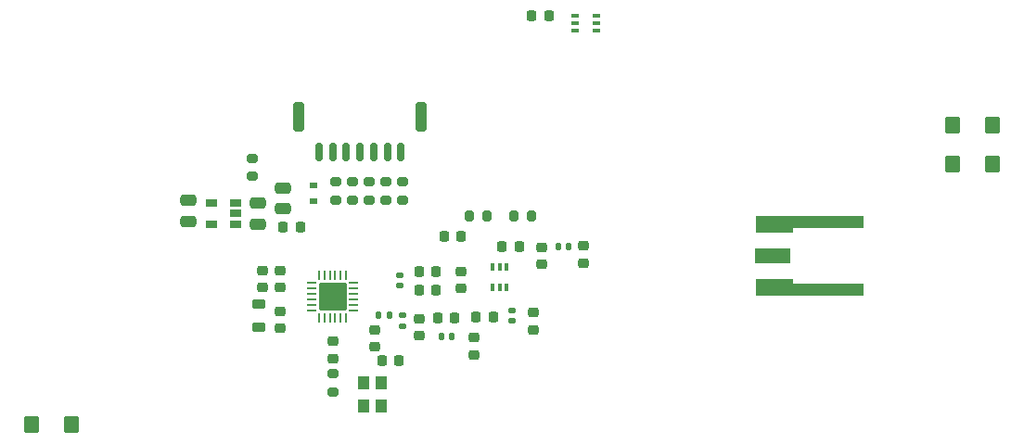
<source format=gbr>
%TF.GenerationSoftware,KiCad,Pcbnew,8.0.4+1*%
%TF.CreationDate,2024-10-16T20:55:13+00:00*%
%TF.ProjectId,TFLORA01,54464c4f-5241-4303-912e-6b696361645f,rev?*%
%TF.SameCoordinates,Original*%
%TF.FileFunction,Soldermask,Bot*%
%TF.FilePolarity,Negative*%
%FSLAX46Y46*%
G04 Gerber Fmt 4.6, Leading zero omitted, Abs format (unit mm)*
G04 Created by KiCad (PCBNEW 8.0.4+1) date 2024-10-16 20:55:13*
%MOMM*%
%LPD*%
G01*
G04 APERTURE LIST*
G04 Aperture macros list*
%AMRoundRect*
0 Rectangle with rounded corners*
0 $1 Rounding radius*
0 $2 $3 $4 $5 $6 $7 $8 $9 X,Y pos of 4 corners*
0 Add a 4 corners polygon primitive as box body*
4,1,4,$2,$3,$4,$5,$6,$7,$8,$9,$2,$3,0*
0 Add four circle primitives for the rounded corners*
1,1,$1+$1,$2,$3*
1,1,$1+$1,$4,$5*
1,1,$1+$1,$6,$7*
1,1,$1+$1,$8,$9*
0 Add four rect primitives between the rounded corners*
20,1,$1+$1,$2,$3,$4,$5,0*
20,1,$1+$1,$4,$5,$6,$7,0*
20,1,$1+$1,$6,$7,$8,$9,0*
20,1,$1+$1,$8,$9,$2,$3,0*%
%AMFreePoly0*
4,1,7,1.675000,0.350000,8.125000,0.350000,8.125000,-0.750000,-1.675000,-0.750000,-1.675000,0.750000,1.675000,0.750000,1.675000,0.350000,1.675000,0.350000,$1*%
%AMFreePoly1*
4,1,8,1.675000,-0.750000,-1.675000,-0.750000,-8.125000,-0.750000,-8.125000,0.350000,-1.675000,0.350000,-1.675000,0.750000,1.675000,0.750000,1.675000,-0.750000,1.675000,-0.750000,$1*%
G04 Aperture macros list end*
%ADD10RoundRect,0.225000X0.250000X-0.225000X0.250000X0.225000X-0.250000X0.225000X-0.250000X-0.225000X0*%
%ADD11RoundRect,0.225000X0.225000X0.250000X-0.225000X0.250000X-0.225000X-0.250000X0.225000X-0.250000X0*%
%ADD12RoundRect,0.225000X-0.225000X-0.250000X0.225000X-0.250000X0.225000X0.250000X-0.225000X0.250000X0*%
%ADD13RoundRect,0.062500X0.062500X-0.350000X0.062500X0.350000X-0.062500X0.350000X-0.062500X-0.350000X0*%
%ADD14RoundRect,0.062500X0.350000X-0.062500X0.350000X0.062500X-0.350000X0.062500X-0.350000X-0.062500X0*%
%ADD15RoundRect,0.250000X1.050000X-1.050000X1.050000X1.050000X-1.050000X1.050000X-1.050000X-1.050000X0*%
%ADD16RoundRect,0.200000X-0.200000X-0.275000X0.200000X-0.275000X0.200000X0.275000X-0.200000X0.275000X0*%
%ADD17RoundRect,0.147500X-0.172500X0.147500X-0.172500X-0.147500X0.172500X-0.147500X0.172500X0.147500X0*%
%ADD18RoundRect,0.147500X-0.147500X-0.172500X0.147500X-0.172500X0.147500X0.172500X-0.147500X0.172500X0*%
%ADD19RoundRect,0.218750X0.381250X-0.218750X0.381250X0.218750X-0.381250X0.218750X-0.381250X-0.218750X0*%
%ADD20RoundRect,0.147500X0.172500X-0.147500X0.172500X0.147500X-0.172500X0.147500X-0.172500X-0.147500X0*%
%ADD21RoundRect,0.225000X-0.250000X0.225000X-0.250000X-0.225000X0.250000X-0.225000X0.250000X0.225000X0*%
%ADD22R,1.060000X0.650000*%
%ADD23RoundRect,0.250000X0.475000X-0.250000X0.475000X0.250000X-0.475000X0.250000X-0.475000X-0.250000X0*%
%ADD24RoundRect,0.250000X-0.475000X0.250000X-0.475000X-0.250000X0.475000X-0.250000X0.475000X0.250000X0*%
%ADD25R,3.249000X1.450000*%
%ADD26FreePoly0,0.000000*%
%ADD27FreePoly1,180.000000*%
%ADD28RoundRect,0.180000X-0.495000X-0.620000X0.495000X-0.620000X0.495000X0.620000X-0.495000X0.620000X0*%
%ADD29RoundRect,0.180000X0.495000X0.620000X-0.495000X0.620000X-0.495000X-0.620000X0.495000X-0.620000X0*%
%ADD30RoundRect,0.200000X-0.275000X0.200000X-0.275000X-0.200000X0.275000X-0.200000X0.275000X0.200000X0*%
%ADD31R,0.400000X0.650000*%
%ADD32R,0.700000X0.600000*%
%ADD33RoundRect,0.200000X0.275000X-0.200000X0.275000X0.200000X-0.275000X0.200000X-0.275000X-0.200000X0*%
%ADD34R,0.650000X0.400000*%
%ADD35R,1.100000X1.300000*%
%ADD36RoundRect,0.200000X0.200000X0.275000X-0.200000X0.275000X-0.200000X-0.275000X0.200000X-0.275000X0*%
%ADD37RoundRect,0.150000X-0.150000X-0.700000X0.150000X-0.700000X0.150000X0.700000X-0.150000X0.700000X0*%
%ADD38RoundRect,0.250000X-0.250000X-1.100000X0.250000X-1.100000X0.250000X1.100000X-0.250000X1.100000X0*%
G04 APERTURE END LIST*
D10*
%TO.C,C17*%
X168949600Y-114705000D03*
X168949600Y-113155000D03*
%TD*%
D11*
%TO.C,C22*%
X161571000Y-112141000D03*
X160021000Y-112141000D03*
%TD*%
D10*
%TO.C,C20*%
X161558000Y-116921000D03*
X161558000Y-115371000D03*
%TD*%
%TO.C,C18*%
X172720000Y-114567000D03*
X172720000Y-113017000D03*
%TD*%
%TO.C,C23*%
X145058000Y-120521000D03*
X145058000Y-118971000D03*
%TD*%
%TO.C,C5*%
X143458000Y-116821000D03*
X143458000Y-115271000D03*
%TD*%
%TO.C,C11*%
X149910800Y-123279200D03*
X149910800Y-121729200D03*
%TD*%
D11*
%TO.C,C19*%
X159285000Y-117046000D03*
X157735000Y-117046000D03*
%TD*%
D10*
%TO.C,C6*%
X145058000Y-116821000D03*
X145058000Y-115271000D03*
%TD*%
D12*
%TO.C,C21*%
X157735000Y-115316000D03*
X159285000Y-115316000D03*
%TD*%
D13*
%TO.C,U3*%
X151108000Y-119583500D03*
X150608000Y-119583500D03*
X150108000Y-119583500D03*
X149608000Y-119583500D03*
X149108000Y-119583500D03*
X148608000Y-119583500D03*
D14*
X147920500Y-118896000D03*
X147920500Y-118396000D03*
X147920500Y-117896000D03*
X147920500Y-117396000D03*
X147920500Y-116896000D03*
X147920500Y-116396000D03*
D13*
X148608000Y-115708500D03*
X149108000Y-115708500D03*
X149608000Y-115708500D03*
X150108000Y-115708500D03*
X150608000Y-115708500D03*
X151108000Y-115708500D03*
D14*
X151795500Y-116396000D03*
X151795500Y-116896000D03*
X151795500Y-117396000D03*
X151795500Y-117896000D03*
X151795500Y-118396000D03*
X151795500Y-118896000D03*
D15*
X149858000Y-117646000D03*
%TD*%
D16*
%TO.C,R7*%
X166408500Y-110236000D03*
X168058500Y-110236000D03*
%TD*%
D17*
%TO.C,L6*%
X155970000Y-115661000D03*
X155970000Y-116631000D03*
%TD*%
D18*
%TO.C,L5*%
X170464600Y-113030000D03*
X171434600Y-113030000D03*
%TD*%
D19*
%TO.C,L7*%
X143158000Y-120442500D03*
X143158000Y-118317500D03*
%TD*%
D20*
%TO.C,L1*%
X156258000Y-120331000D03*
X156258000Y-119361000D03*
%TD*%
%TO.C,L4*%
X166217600Y-119865000D03*
X166217600Y-118895000D03*
%TD*%
D18*
%TO.C,L3*%
X159773000Y-121246000D03*
X160743000Y-121246000D03*
%TD*%
D11*
%TO.C,C10*%
X161033000Y-119546000D03*
X159483000Y-119546000D03*
%TD*%
D21*
%TO.C,C15*%
X168148000Y-119113000D03*
X168148000Y-120663000D03*
%TD*%
D11*
%TO.C,C16*%
X166879600Y-113030000D03*
X165329600Y-113030000D03*
%TD*%
D21*
%TO.C,C14*%
X162758000Y-121385000D03*
X162758000Y-122935000D03*
%TD*%
%TO.C,C13*%
X157758000Y-119671000D03*
X157758000Y-121221000D03*
%TD*%
D11*
%TO.C,C12*%
X164514800Y-119532400D03*
X162964800Y-119532400D03*
%TD*%
D21*
%TO.C,C8*%
X153695400Y-120662400D03*
X153695400Y-122212400D03*
%TD*%
D11*
%TO.C,C7*%
X155908000Y-123446000D03*
X154358000Y-123446000D03*
%TD*%
D18*
%TO.C,L2*%
X154073000Y-119346000D03*
X155043000Y-119346000D03*
%TD*%
D12*
%TO.C,C4*%
X145363000Y-111252000D03*
X146913000Y-111252000D03*
%TD*%
D22*
%TO.C,U1*%
X141038000Y-109102000D03*
X141038000Y-110052000D03*
X141038000Y-111002000D03*
X138838000Y-111002000D03*
X138838000Y-109102000D03*
%TD*%
D23*
%TO.C,C2*%
X136652000Y-110741500D03*
X136652000Y-108841500D03*
%TD*%
D24*
%TO.C,C1*%
X143038000Y-109102000D03*
X143038000Y-111002000D03*
%TD*%
D23*
%TO.C,C3*%
X145288000Y-109598500D03*
X145288000Y-107698500D03*
%TD*%
D25*
%TO.C,J2*%
X190042800Y-113893600D03*
D26*
X190169800Y-116768600D03*
D27*
X190169800Y-111018600D03*
%TD*%
D28*
%TO.C,D2*%
X206498144Y-101974200D03*
D29*
X210098144Y-101974200D03*
%TD*%
D30*
%TO.C,R3*%
X151688800Y-107150400D03*
X151688800Y-108800400D03*
%TD*%
%TO.C,R5*%
X154736800Y-107150400D03*
X154736800Y-108800400D03*
%TD*%
D28*
%TO.C,D3*%
X206498144Y-105524200D03*
D29*
X210098144Y-105524200D03*
%TD*%
D31*
%TO.C,U4*%
X165750000Y-116836000D03*
X165100000Y-116836000D03*
X164450000Y-116836000D03*
X164450000Y-114936000D03*
X165100000Y-114936000D03*
X165750000Y-114936000D03*
%TD*%
D30*
%TO.C,R1*%
X150164800Y-107150400D03*
X150164800Y-108800400D03*
%TD*%
D32*
%TO.C,D1*%
X148132800Y-108904000D03*
X148132800Y-107504000D03*
%TD*%
D30*
%TO.C,R6*%
X156260800Y-107150400D03*
X156260800Y-108800400D03*
%TD*%
D33*
%TO.C,R8*%
X149910800Y-126351800D03*
X149910800Y-124701800D03*
%TD*%
D34*
%TO.C,U2*%
X173908800Y-92018800D03*
X173908800Y-92668800D03*
X173908800Y-93318800D03*
X172008800Y-93318800D03*
X172008800Y-92668800D03*
X172008800Y-92018800D03*
%TD*%
D35*
%TO.C,U5*%
X154317200Y-125543600D03*
X154317200Y-127643600D03*
X152667200Y-127643600D03*
X152667200Y-125543600D03*
%TD*%
D36*
%TO.C,R9*%
X163994500Y-110236000D03*
X162344500Y-110236000D03*
%TD*%
D11*
%TO.C,C9*%
X169603800Y-91998800D03*
X168053800Y-91998800D03*
%TD*%
D30*
%TO.C,R4*%
X153212800Y-107150400D03*
X153212800Y-108800400D03*
%TD*%
D28*
%TO.C,D4*%
X122406000Y-129336800D03*
D29*
X126006000Y-129336800D03*
%TD*%
D33*
%TO.C,R2*%
X142494000Y-106666800D03*
X142494000Y-105016800D03*
%TD*%
D37*
%TO.C,J1*%
X148619200Y-104394000D03*
X149869201Y-104394000D03*
X151119200Y-104394000D03*
X152369200Y-104394001D03*
X153619200Y-104394000D03*
X154869199Y-104394000D03*
X156119200Y-104394000D03*
D38*
X146769200Y-101194000D03*
X157969200Y-101194000D03*
%TD*%
M02*

</source>
